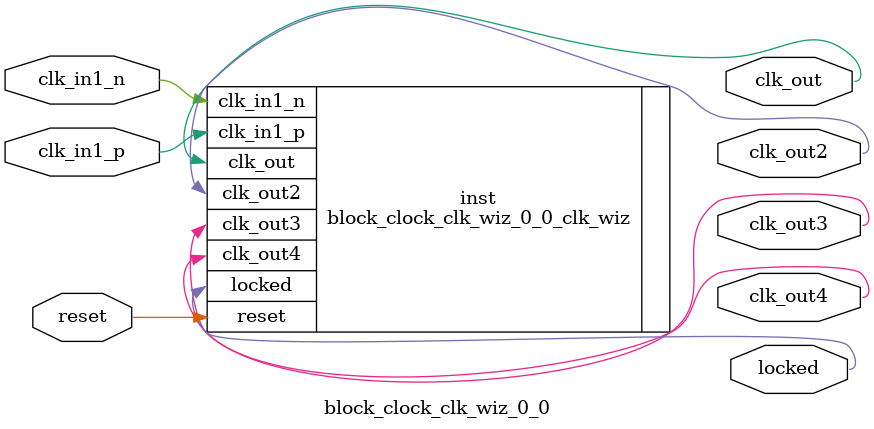
<source format=v>


`timescale 1ps/1ps

(* CORE_GENERATION_INFO = "block_clock_clk_wiz_0_0,clk_wiz_v6_0_13_0_0,{component_name=block_clock_clk_wiz_0_0,use_phase_alignment=true,use_min_o_jitter=false,use_max_i_jitter=false,use_dyn_phase_shift=false,use_inclk_switchover=false,use_dyn_reconfig=false,enable_axi=0,feedback_source=FDBK_AUTO,PRIMITIVE=PLL,num_out_clk=4,clkin1_period=5.000,clkin2_period=10.0,use_power_down=false,use_reset=true,use_locked=true,use_inclk_stopped=false,feedback_type=SINGLE,CLOCK_MGR_TYPE=NA,manual_override=false}" *)

module block_clock_clk_wiz_0_0 
 (
  // Clock out ports
  output        clk_out,
  output        clk_out2,
  output        clk_out3,
  output        clk_out4,
  // Status and control signals
  input         reset,
  output        locked,
 // Clock in ports
  input         clk_in1_p,
  input         clk_in1_n
 );

  block_clock_clk_wiz_0_0_clk_wiz inst
  (
  // Clock out ports  
  .clk_out(clk_out),
  .clk_out2(clk_out2),
  .clk_out3(clk_out3),
  .clk_out4(clk_out4),
  // Status and control signals               
  .reset(reset), 
  .locked(locked),
 // Clock in ports
  .clk_in1_p(clk_in1_p),
  .clk_in1_n(clk_in1_n)
  );

endmodule

</source>
